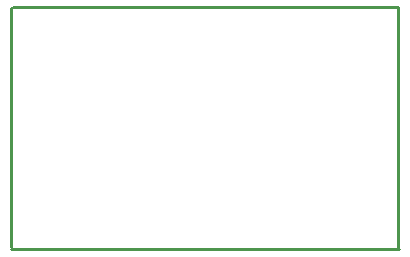
<source format=gko>
%FSLAX23Y23*%
%MOIN*%
G70*
G01*
G75*
G04 Layer_Color=16711935*
%ADD10R,0.118X0.059*%
%ADD11R,0.118X0.039*%
%ADD12R,0.031X0.035*%
%ADD13C,0.010*%
%ADD14O,0.079X0.039*%
%ADD15O,0.079X0.039*%
%ADD16C,0.236*%
%ADD17C,0.039*%
%ADD18C,0.031*%
%ADD19C,0.008*%
%ADD20C,0.000*%
%ADD21C,0.004*%
%ADD22R,0.050X0.045*%
%ADD23C,0.020*%
%ADD24C,0.059*%
%ADD25R,0.126X0.067*%
%ADD26R,0.126X0.047*%
%ADD27R,0.039X0.043*%
%ADD28O,0.087X0.047*%
%ADD29O,0.087X0.047*%
%ADD30C,0.118*%
%ADD31C,0.020*%
%ADD32R,0.135X0.125*%
D13*
X5Y805D02*
X1290D01*
X0Y0D02*
X1291D01*
X0Y5D02*
Y802D01*
X1290Y-2D02*
Y805D01*
M02*

</source>
